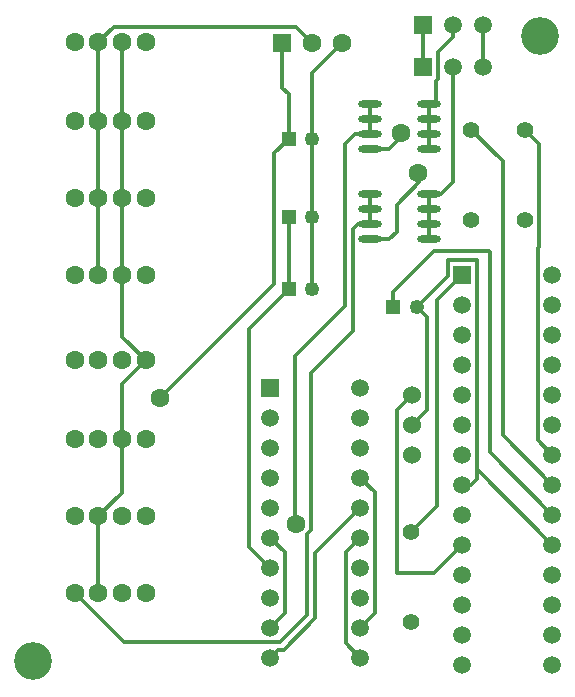
<source format=gtl>
G04 CAMtasticDXP RS274-X Output*
G04 Serial Number: 0000-00-00000*
G04 File Name:C:\UA\SALbot\Gerber files\Gerbtool\Garra2\garra_pcb2.gtl *
%FSLAX23Y23*%
%MOMM*%
%SFA1B1*%

%IPPOS*%
%ADD10O,1.999996X0.599999*%
%ADD11C,0.299999*%
%ADD12C,1.399997*%
%ADD13C,1.523997*%
%ADD14C,1.599997*%
%ADD15R,1.599997X1.599997*%
%ADD16C,1.599997*%
%ADD17C,1.499997*%
%ADD18R,1.499997X1.499997*%
%ADD19C,1.249998*%
%ADD20R,1.249998X1.249998*%
%ADD21C,1.499997*%
%ADD22R,1.499997X1.499997*%
%ADD23C,3.199994*%
G54D10*
X37045Y46864D03*
Y48134D03*
Y49404D03*
Y50674D03*
X32045Y46864D03*
Y48134D03*
Y49404D03*
Y50674D03*
X37045Y39244D03*
Y40514D03*
Y41784D03*
Y43054D03*
X32045Y39244D03*
Y40514D03*
Y41784D03*
Y43054D03*
G54D11*
X25184Y35053D02*
Y41149D01*
X41657Y53849D02*
Y57405D01*
X9067Y36229D02*
Y42729D01*
Y49229*
Y55929*
X25184Y47753D02*
Y51537D01*
X24635Y52086D02*
X25184Y51537D01*
X24635Y52086D02*
Y55881D01*
X36577Y53849D02*
Y57405D01*
X11067Y36229D02*
Y42729D01*
Y49229*
Y55929*
X9067Y9305D02*
Y15805D01*
X27184Y35053D02*
Y41149D01*
Y47753*
X32045Y48134D02*
Y49404D01*
Y50674*
Y40514D02*
Y41784D01*
Y43054*
X37045Y48134D02*
Y49404D01*
Y46864D02*
Y48134D01*
Y49404D02*
Y50674D01*
Y40514D02*
Y41784D01*
Y39244D02*
Y40514D01*
Y41784D02*
Y43054D01*
X46279Y22230D02*
X47499Y21011D01*
X46279Y22230D02*
Y38482D01*
X46381Y38583*
Y47346*
X45213Y48515D02*
X46381Y47346D01*
X37045Y50674D02*
X37643D01*
Y52655D02*
X37847Y52858D01*
Y55068*
X39117Y56338*
Y57405*
X35585Y23497D02*
X36907Y24819D01*
Y32674*
X36053Y33529D02*
X36907Y32674D01*
X31243Y6351D02*
X32462Y7570D01*
Y17831*
X31243Y19051D02*
X32462Y17831D01*
X40641Y18471D02*
X41098Y18928D01*
X39879Y18471D02*
X40641D01*
X14290Y25782D02*
X23978Y35470D01*
Y46547*
X25184Y47753*
X36053Y33529D02*
X38659Y36135D01*
Y37466*
X41098*
Y19791D02*
Y37466D01*
X34053Y33529D02*
Y34764D01*
X37516Y38228*
X42139*
X42215Y38151*
Y21214D02*
Y38151D01*
Y21214D02*
X47499Y15931D01*
X27433Y12701D02*
X31243Y16511D01*
X27433Y7148D02*
Y12701D01*
X24766Y4481D02*
X27433Y7148D01*
X24293Y4481D02*
X24766D01*
X23623Y3811D02*
X24293Y4481D01*
X43308Y22662D02*
X47499Y18471D01*
X43308Y22662D02*
Y45848D01*
X40641Y48515D02*
X43308Y45848D01*
X23623Y6351D02*
X24842Y7570D01*
Y12751*
X23623Y13971D02*
X24842Y12751D01*
X25803Y57252D02*
X27175Y55881D01*
X10390Y57252D02*
X25803D01*
X9067Y55929D02*
X10390Y57252D01*
X21819Y13234D02*
X23623Y11431D01*
X21819Y13234D02*
Y31688D01*
X25184Y35053*
X11067Y31005D02*
X13067Y29005D01*
X11067Y31005D02*
Y36229D01*
X9067Y15805D02*
X11067Y17805D01*
Y22305*
Y27005D02*
X13067Y29005D01*
X11067Y22305D02*
Y27005D01*
X27184Y47753D02*
Y53350D01*
X29715Y55881*
X32045Y46864D02*
X33656D01*
X32045Y39244D02*
X33656D01*
X34316Y39904*
Y42139*
X39117Y44070D02*
Y53849D01*
X38101Y43054D02*
X39117Y44070D01*
X37045Y43054D02*
X38101D01*
X37720Y34092D02*
X39879Y36251D01*
X37720Y16638D02*
Y34092D01*
X35561Y14479D02*
X37720Y16638D01*
X34367Y24819D02*
X35585Y26037D01*
X34367Y10999D02*
Y24819D01*
Y10999D02*
X34392Y10973D01*
X37461*
X39879Y13391*
X30023Y12751D02*
X31243Y13971D01*
X30023Y5030D02*
Y12751D01*
Y5030D02*
X31243Y3811D01*
X41098Y19791D02*
X47499Y13391D01*
X41098Y18928D02*
Y19791D01*
Y37466*
X37643Y50674D02*
Y52655D01*
X33656Y46864D02*
X34784Y47992D01*
Y48218*
X34726Y48276D02*
X34784Y48218D01*
X34316Y42139D02*
X36253Y44076D01*
Y44773*
X36151Y44876D02*
X36253Y44773D01*
X7067Y9305D02*
X11240Y5131D01*
X24448*
X26721Y7405*
Y14279*
X27076Y14633*
Y27939D02*
X30594Y31458D01*
Y40094*
X31014Y40514*
X32045*
X27076Y14633D02*
Y27939D01*
X25751Y29332D02*
X29994Y33576D01*
Y47330*
X30798Y48134*
X32045*
X25751Y15176D02*
Y29332D01*
X25776Y15151D02*
X25826D01*
X25751Y15176D02*
X25776Y15151D01*
G54D12*
X35561Y6859D03*
Y14479D03*
X40641Y40895D03*
Y48515D03*
X45213Y40895D03*
Y48515D03*
G54D13*
X35585Y20957D03*
Y23497D03*
Y26037D03*
G54D14*
X7067Y55929D03*
X9067D03*
X11067D03*
X13067D03*
X7067Y49229D03*
X9067D03*
X11067D03*
X13067D03*
X7067Y42729D03*
X9067D03*
X11067D03*
X13067D03*
X7067Y36229D03*
X9067D03*
X11067D03*
X13067D03*
X7067Y29005D03*
X9067D03*
X11067D03*
X13067D03*
X7067Y22305D03*
X9067D03*
X11067D03*
X13067D03*
X7067Y15805D03*
X9067D03*
X11067D03*
X13067D03*
X7067Y9305D03*
X9067D03*
X11067D03*
X13067D03*
X14290Y25782D03*
X34726Y48276D03*
X36151Y44876D03*
X25826Y15151D03*
G54D15*
X24635Y55881D03*
G54D16*
X27175Y55881D03*
X29715D03*
G54D17*
X41657Y57405D03*
X39117D03*
X41657Y53849D03*
X39117D03*
X47499Y3231D03*
Y5771D03*
Y8311D03*
Y10851D03*
Y13391D03*
Y15931D03*
Y18471D03*
Y21011D03*
Y23551D03*
Y26091D03*
Y28631D03*
Y31171D03*
Y33711D03*
Y36251D03*
X39879Y3231D03*
Y5771D03*
Y8311D03*
Y10851D03*
Y13391D03*
Y15931D03*
Y18471D03*
Y21011D03*
Y23551D03*
Y26091D03*
Y28631D03*
Y31171D03*
Y33711D03*
G54D18*
X36577Y57405D03*
Y53849D03*
X39879Y36251D03*
G54D19*
X27184Y47753D03*
Y41149D03*
Y35053D03*
X36053Y33529D03*
G54D20*
X25184Y47753D03*
Y41149D03*
Y35053D03*
X34053Y33529D03*
G54D21*
X31243Y3811D03*
Y6351D03*
Y8891D03*
Y11431D03*
Y13971D03*
Y16511D03*
Y19051D03*
Y21591D03*
Y24131D03*
Y26671D03*
X23623Y3811D03*
Y6351D03*
Y8891D03*
Y11431D03*
Y13971D03*
Y16511D03*
Y19051D03*
Y21591D03*
Y24131D03*
G54D22*
X23623Y26671D03*
G54D23*
X3501Y3501D03*
X46501Y56501D03*
M02*
</source>
